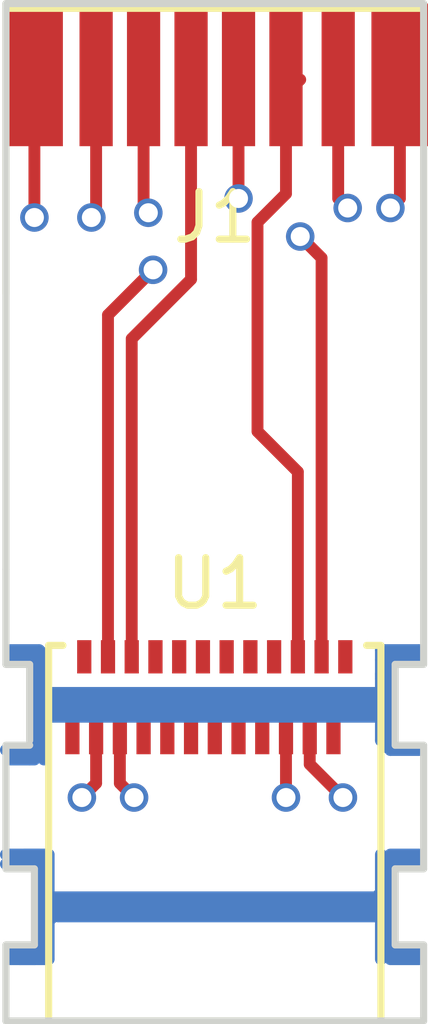
<source format=kicad_pcb>
(kicad_pcb (version 4) (host pcbnew 4.0.5+dfsg1-4)

  (general
    (links 8)
    (no_connects 0)
    (area 140.274999 101.524999 149.7 123.475001)
    (thickness 0.8)
    (drawings 23)
    (tracks 136)
    (zones 0)
    (modules 2)
    (nets 25)
  )

  (page A4)
  (layers
    (0 F.Cu signal)
    (1 In1.Cu signal)
    (2 In2.Cu signal)
    (31 B.Cu signal)
    (33 F.Adhes user)
    (35 F.Paste user)
    (37 F.SilkS user)
    (38 B.Mask user)
    (39 F.Mask user)
    (40 Dwgs.User user)
    (41 Cmts.User user)
    (42 Eco1.User user)
    (43 Eco2.User user)
    (44 Edge.Cuts user)
    (45 Margin user)
    (47 F.CrtYd user)
    (49 F.Fab user)
  )

  (setup
    (last_trace_width 0.25)
    (trace_clearance 0.2)
    (zone_clearance 0.508)
    (zone_45_only yes)
    (trace_min 0.2)
    (segment_width 0.2)
    (edge_width 0.15)
    (via_size 0.6)
    (via_drill 0.4)
    (via_min_size 0.4)
    (via_min_drill 0.3)
    (uvia_size 0.3)
    (uvia_drill 0.1)
    (uvias_allowed no)
    (uvia_min_size 0.2)
    (uvia_min_drill 0.1)
    (pcb_text_width 0.3)
    (pcb_text_size 1.5 1.5)
    (mod_edge_width 0.15)
    (mod_text_size 1 1)
    (mod_text_width 0.15)
    (pad_size 1.524 1.524)
    (pad_drill 0.762)
    (pad_to_mask_clearance 0.2)
    (aux_axis_origin 0 0)
    (visible_elements FFFFFF7F)
    (pcbplotparams
      (layerselection 0x010e0_80000007)
      (usegerberextensions false)
      (excludeedgelayer true)
      (linewidth 0.100000)
      (plotframeref false)
      (viasonmask false)
      (mode 1)
      (useauxorigin false)
      (hpglpennumber 1)
      (hpglpenspeed 20)
      (hpglpendiameter 15)
      (hpglpenoverlay 2)
      (psnegative false)
      (psa4output false)
      (plotreference true)
      (plotvalue true)
      (plotinvisibletext false)
      (padsonsilk false)
      (subtractmaskfromsilk false)
      (outputformat 1)
      (mirror false)
      (drillshape 0)
      (scaleselection 1)
      (outputdirectory ""))
  )

  (net 0 "")
  (net 1 "Net-(J1-Pad1)")
  (net 2 "Net-(J1-Pad2)")
  (net 3 "Net-(J1-Pad3)")
  (net 4 "Net-(J1-Pad4)")
  (net 5 "Net-(J1-Pad5)")
  (net 6 "Net-(J1-Pad6)")
  (net 7 "Net-(J1-Pad7)")
  (net 8 "Net-(J1-Pad8)")
  (net 9 "Net-(U1-PadB6)")
  (net 10 "Net-(U1-PadB7)")
  (net 11 "Net-(U1-PadB8)")
  (net 12 "Net-(U1-PadB9)")
  (net 13 "Net-(U1-PadB12)")
  (net 14 "Net-(U1-PadB5)")
  (net 15 "Net-(U1-PadB4)")
  (net 16 "Net-(U1-PadB1)")
  (net 17 "Net-(U1-PadA9)")
  (net 18 "Net-(U1-PadA8)")
  (net 19 "Net-(U1-PadA7)")
  (net 20 "Net-(U1-PadA6)")
  (net 21 "Net-(U1-PadA5)")
  (net 22 "Net-(U1-PadA12)")
  (net 23 "Net-(U1-PadA4)")
  (net 24 "Net-(U1-PadA1)")

  (net_class Default "This is the default net class."
    (clearance 0.2)
    (trace_width 0.25)
    (via_dia 0.6)
    (via_drill 0.4)
    (uvia_dia 0.3)
    (uvia_drill 0.1)
    (add_net "Net-(J1-Pad1)")
    (add_net "Net-(J1-Pad2)")
    (add_net "Net-(J1-Pad3)")
    (add_net "Net-(J1-Pad4)")
    (add_net "Net-(J1-Pad5)")
    (add_net "Net-(J1-Pad6)")
    (add_net "Net-(J1-Pad7)")
    (add_net "Net-(J1-Pad8)")
    (add_net "Net-(U1-PadA1)")
    (add_net "Net-(U1-PadA12)")
    (add_net "Net-(U1-PadA4)")
    (add_net "Net-(U1-PadA5)")
    (add_net "Net-(U1-PadA6)")
    (add_net "Net-(U1-PadA7)")
    (add_net "Net-(U1-PadA8)")
    (add_net "Net-(U1-PadA9)")
    (add_net "Net-(U1-PadB1)")
    (add_net "Net-(U1-PadB12)")
    (add_net "Net-(U1-PadB4)")
    (add_net "Net-(U1-PadB5)")
    (add_net "Net-(U1-PadB6)")
    (add_net "Net-(U1-PadB7)")
    (add_net "Net-(U1-PadB8)")
    (add_net "Net-(U1-PadB9)")
  )

  (module USB_C:USB_C_24P_SMT_Right_Angle (layer F.Cu) (tedit 6000BED7) (tstamp 6000BC17)
    (at 145 116.2)
    (path /60007D00)
    (attr smd)
    (fp_text reference U1 (at 0 -2.2) (layer F.SilkS)
      (effects (font (size 1 1) (thickness 0.15)))
    )
    (fp_text value USB_C (at 0.4 4.1) (layer F.Fab)
      (effects (font (size 1 1) (thickness 0.15)))
    )
    (fp_line (start -3.5 -0.9) (end -3.2 -0.9) (layer F.SilkS) (width 0.15))
    (fp_line (start 3.5 -0.9) (end 3.2 -0.9) (layer F.SilkS) (width 0.15))
    (fp_line (start 3.5 7) (end 3.5 -0.9) (layer F.SilkS) (width 0.15))
    (fp_line (start -3.5 7) (end 3.5 7) (layer F.SilkS) (width 0.15))
    (fp_line (start -3.5 -0.9) (end -3.5 7) (layer F.SilkS) (width 0.15))
    (fp_line (start 3.5 7) (end 3.5 -0.91) (layer F.Fab) (width 0.15))
    (fp_line (start -3.5 -0.91) (end 3.5 -0.91) (layer F.Fab) (width 0.15))
    (fp_line (start -3.5 7) (end -3.5 -0.91) (layer F.Fab) (width 0.15))
    (fp_line (start -3.5 6.99) (end 3.5 6.99) (layer F.Fab) (width 0.15))
    (pad B6 smd rect (at 0 1.04) (size 0.3 0.7) (layers F.Cu F.Paste F.Mask)
      (net 9 "Net-(U1-PadB6)"))
    (pad B7 smd rect (at -0.5 1.04) (size 0.3 0.7) (layers F.Cu F.Paste F.Mask)
      (net 10 "Net-(U1-PadB7)"))
    (pad B8 smd rect (at -1 1.04) (size 0.3 0.7) (layers F.Cu F.Paste F.Mask)
      (net 11 "Net-(U1-PadB8)"))
    (pad B9 smd rect (at -1.5 1.04) (size 0.3 0.7) (layers F.Cu F.Paste F.Mask)
      (net 12 "Net-(U1-PadB9)"))
    (pad B10 smd rect (at -2 1.04) (size 0.3 0.7) (layers F.Cu F.Paste F.Mask)
      (net 2 "Net-(J1-Pad2)"))
    (pad B11 smd rect (at -2.5 1.04) (size 0.3 0.7) (layers F.Cu F.Paste F.Mask)
      (net 1 "Net-(J1-Pad1)"))
    (pad B12 smd rect (at -3 1.04) (size 0.3 0.7) (layers F.Cu F.Paste F.Mask)
      (net 13 "Net-(U1-PadB12)"))
    (pad B5 smd rect (at 0.5 1.04) (size 0.3 0.7) (layers F.Cu F.Paste F.Mask)
      (net 14 "Net-(U1-PadB5)"))
    (pad B4 smd rect (at 1 1.04) (size 0.3 0.7) (layers F.Cu F.Paste F.Mask)
      (net 15 "Net-(U1-PadB4)"))
    (pad B2 smd rect (at 2 1.04) (size 0.3 0.7) (layers F.Cu F.Paste F.Mask)
      (net 7 "Net-(J1-Pad7)"))
    (pad B3 smd rect (at 1.5 1.04) (size 0.3 0.7) (layers F.Cu F.Paste F.Mask)
      (net 8 "Net-(J1-Pad8)"))
    (pad B1 smd rect (at 2.5 1.04) (size 0.3 0.7) (layers F.Cu F.Paste F.Mask)
      (net 16 "Net-(U1-PadB1)"))
    (pad A9 smd rect (at 1.25 -0.66) (size 0.3 0.7) (layers F.Cu F.Paste F.Mask)
      (net 17 "Net-(U1-PadA9)"))
    (pad A8 smd rect (at 0.75 -0.66) (size 0.3 0.7) (layers F.Cu F.Paste F.Mask)
      (net 18 "Net-(U1-PadA8)"))
    (pad A7 smd rect (at 0.25 -0.66) (size 0.3 0.7) (layers F.Cu F.Paste F.Mask)
      (net 19 "Net-(U1-PadA7)"))
    (pad A6 smd rect (at -0.25 -0.66) (size 0.3 0.7) (layers F.Cu F.Paste F.Mask)
      (net 20 "Net-(U1-PadA6)"))
    (pad A5 smd rect (at -0.75 -0.66) (size 0.3 0.7) (layers F.Cu F.Paste F.Mask)
      (net 21 "Net-(U1-PadA5)"))
    (pad A10 smd rect (at 1.75 -0.66) (size 0.3 0.7) (layers F.Cu F.Paste F.Mask)
      (net 6 "Net-(J1-Pad6)"))
    (pad A11 smd rect (at 2.25 -0.66) (size 0.3 0.7) (layers F.Cu F.Paste F.Mask)
      (net 3 "Net-(J1-Pad3)"))
    (pad A12 smd rect (at 2.75 -0.66) (size 0.3 0.7) (layers F.Cu F.Paste F.Mask)
      (net 22 "Net-(U1-PadA12)"))
    (pad A4 smd rect (at -1.25 -0.66) (size 0.3 0.7) (layers F.Cu F.Paste F.Mask)
      (net 23 "Net-(U1-PadA4)"))
    (pad A3 smd rect (at -1.75 -0.66) (size 0.3 0.7) (layers F.Cu F.Paste F.Mask)
      (net 4 "Net-(J1-Pad4)"))
    (pad A2 smd rect (at -2.25 -0.66) (size 0.3 0.7) (layers F.Cu F.Paste F.Mask)
      (net 5 "Net-(J1-Pad5)"))
    (pad A1 smd rect (at -2.75 -0.66) (size 0.3 0.7) (layers F.Cu F.Paste F.Mask)
      (net 24 "Net-(U1-PadA1)"))
  )

  (module RJ45:RJ45SMD (layer F.Cu) (tedit 6013EBA9) (tstamp 6001E2CB)
    (at 145 103.3)
    (path /60007D5D)
    (fp_text reference J1 (at 0 3) (layer F.SilkS)
      (effects (font (size 1 1) (thickness 0.15)))
    )
    (fp_text value A (at 0.2 6.2) (layer F.Fab)
      (effects (font (size 1 1) (thickness 0.15)))
    )
    (fp_line (start -4.4 -1.5) (end -4.4 4.6) (layer F.SilkS) (width 0.15))
    (fp_line (start 4.4 -1.5) (end 4.4 4.6) (layer F.SilkS) (width 0.15))
    (fp_line (start -4.4 -1.4) (end 4.4 -1.4) (layer F.SilkS) (width 0.15))
    (pad 1 smd rect (at -3.8 0) (size 1.2 3) (layers F.Cu F.Paste F.Mask)
      (net 1 "Net-(J1-Pad1)"))
    (pad 2 smd rect (at -2.5 0) (size 0.7 3) (layers F.Cu F.Paste F.Mask)
      (net 2 "Net-(J1-Pad2)"))
    (pad 3 smd rect (at -1.5 0) (size 0.7 3) (layers F.Cu F.Paste F.Mask)
      (net 3 "Net-(J1-Pad3)"))
    (pad 4 smd rect (at -0.5 0) (size 0.7 3) (layers F.Cu F.Paste F.Mask)
      (net 4 "Net-(J1-Pad4)"))
    (pad 5 smd rect (at 0.5 0) (size 0.7 3) (layers F.Cu F.Paste F.Mask)
      (net 5 "Net-(J1-Pad5)"))
    (pad 6 smd rect (at 1.5 0) (size 0.7 3) (layers F.Cu F.Paste F.Mask)
      (net 6 "Net-(J1-Pad6)"))
    (pad 7 smd rect (at 2.6 0) (size 0.7 3) (layers F.Cu F.Paste F.Mask)
      (net 7 "Net-(J1-Pad7)"))
    (pad 8 smd rect (at 3.9 0) (size 1.2 3) (layers F.Cu F.Paste F.Mask)
      (net 8 "Net-(J1-Pad8)"))
  )

  (gr_line (start 140.6 115.7) (end 140.7 115.7) (angle 90) (layer Edge.Cuts) (width 0.15))
  (gr_line (start 140.6 113.7) (end 140.6 115.7) (angle 90) (layer Edge.Cuts) (width 0.15))
  (gr_line (start 149.4 113.7) (end 149.4 115.7) (angle 90) (layer Edge.Cuts) (width 0.15))
  (gr_line (start 149.4 123.2) (end 140.6 123.2) (angle 90) (layer Edge.Cuts) (width 0.15))
  (gr_line (start 149.4 121.6) (end 149.4 123.2) (angle 90) (layer Edge.Cuts) (width 0.15))
  (gr_line (start 140.6 121.6) (end 141.2 121.6) (angle 90) (layer Edge.Cuts) (width 0.15))
  (gr_line (start 140.6 117.4) (end 141.1 117.4) (angle 90) (layer Edge.Cuts) (width 0.15))
  (gr_line (start 141.2 120) (end 140.6 120) (angle 90) (layer Edge.Cuts) (width 0.15))
  (gr_line (start 140.6 115.7) (end 141.1 115.7) (angle 90) (layer Edge.Cuts) (width 0.15))
  (gr_line (start 140.6 101.8) (end 140.6 113.7) (angle 90) (layer Edge.Cuts) (width 0.15))
  (gr_line (start 149.4 121.6) (end 148.8 121.6) (angle 90) (layer Edge.Cuts) (width 0.15))
  (gr_line (start 149.4 120) (end 148.8 120) (angle 90) (layer Edge.Cuts) (width 0.15))
  (gr_line (start 149.4 117.4) (end 148.8 117.4) (angle 90) (layer Edge.Cuts) (width 0.15))
  (gr_line (start 149.4 115.7) (end 148.8 115.7) (angle 90) (layer Edge.Cuts) (width 0.15))
  (gr_line (start 149.4 117.4) (end 149.4 120) (angle 90) (layer Edge.Cuts) (width 0.15))
  (gr_line (start 140.6 101.8) (end 149.4 101.8) (angle 90) (layer Edge.Cuts) (width 0.15))
  (gr_line (start 140.6 121.6) (end 140.6 123.2) (angle 90) (layer Edge.Cuts) (width 0.15))
  (gr_line (start 140.6 117.4) (end 140.6 120) (angle 90) (layer Edge.Cuts) (width 0.15))
  (gr_line (start 149.4 113.7) (end 149.4 101.8) (angle 90) (layer Edge.Cuts) (width 0.15))
  (gr_line (start 141.2 120) (end 141.2 121.6) (angle 90) (layer Edge.Cuts) (width 0.15))
  (gr_line (start 148.8 120) (end 148.8 121.6) (angle 90) (layer Edge.Cuts) (width 0.15))
  (gr_line (start 141.1 115.7) (end 141.1 117.3) (angle 90) (layer Edge.Cuts) (width 0.15))
  (gr_line (start 148.8 115.7) (end 148.8 117.4) (angle 90) (layer Edge.Cuts) (width 0.15))

  (segment (start 143 120.8) (end 148.4 120.8) (width 0.25) (layer B.Cu) (net 0))
  (segment (start 141.5 120.8) (end 143 120.8) (width 0.25) (layer B.Cu) (net 0))
  (segment (start 141.8 120.8) (end 141.5 121.1) (width 0.25) (layer B.Cu) (net 0))
  (segment (start 141.5 121.9) (end 141.5 121.1) (width 0.25) (layer B.Cu) (net 0))
  (segment (start 141.5 121.1) (end 141.5 120.8) (width 0.25) (layer B.Cu) (net 0))
  (segment (start 143 120.8) (end 141.8 120.8) (width 0.25) (layer B.Cu) (net 0))
  (segment (start 148.5 116.8) (end 141.5 116.8) (width 0.25) (layer B.Cu) (net 0))
  (segment (start 141.5 116.8) (end 141.4 116.7) (width 0.25) (layer B.Cu) (net 0) (tstamp 60021580))
  (segment (start 141.4 116.5) (end 148.5 116.5) (width 0.25) (layer B.Cu) (net 0))
  (segment (start 148.5 116.3) (end 141.4 116.3) (width 0.25) (layer B.Cu) (net 0))
  (segment (start 148.5 116) (end 148.5 116.3) (width 0.25) (layer B.Cu) (net 0))
  (segment (start 148.5 116.3) (end 148.5 116.5) (width 0.25) (layer B.Cu) (net 0) (tstamp 60021563))
  (segment (start 148.5 116.5) (end 148.5 116.8) (width 0.25) (layer B.Cu) (net 0) (tstamp 6002156E))
  (segment (start 148.5 116.8) (end 148.5 117.3) (width 0.25) (layer B.Cu) (net 0) (tstamp 6002157E))
  (segment (start 148.5 117.3) (end 148.7 117.5) (width 0.25) (layer B.Cu) (net 0) (tstamp 6002155A))
  (segment (start 141.4 116.6) (end 148.5 116.6) (width 0.25) (layer B.Cu) (net 0))
  (segment (start 148.5 121) (end 141.7 121) (width 0.25) (layer B.Cu) (net 0))
  (segment (start 141.7 121) (end 141.5 120.8) (width 0.25) (layer B.Cu) (net 0) (tstamp 6002152B))
  (segment (start 141.5 120.6) (end 148.4 120.6) (width 0.25) (layer B.Cu) (net 0))
  (segment (start 148.4 120.6) (end 148.5 120.5) (width 0.25) (layer B.Cu) (net 0) (tstamp 60021524))
  (segment (start 148.4 120.8) (end 148.5 120.7) (width 0.25) (layer B.Cu) (net 0) (tstamp 60021501))
  (segment (start 141.4 116.5) (end 141.4 116.6) (width 0.25) (layer B.Cu) (net 0))
  (segment (start 141.4 116.6) (end 141.4 116.5) (width 0.25) (layer B.Cu) (net 0) (tstamp 6002154E))
  (segment (start 148.5 115.9) (end 148.5 116) (width 0.25) (layer B.Cu) (net 0))
  (segment (start 148.5 116) (end 148.5 115.9) (width 0.25) (layer B.Cu) (net 0) (tstamp 60021558))
  (segment (start 148.5 115.9) (end 148.5 115.9) (width 0.25) (layer B.Cu) (net 0) (tstamp 60021432))
  (segment (start 148.5 115.9) (end 148.5 115.6) (width 0.25) (layer B.Cu) (net 0) (tstamp 60021428))
  (segment (start 148.5 115.6) (end 148.5 115.4) (width 0.25) (layer B.Cu) (net 0) (tstamp 60021419))
  (segment (start 141.4 117.7) (end 141.4 117.5) (width 0.25) (layer B.Cu) (net 0))
  (segment (start 141.4 116.9) (end 141.4 116.7) (width 0.25) (layer B.Cu) (net 0) (tstamp 6002149B))
  (segment (start 141.4 117.3) (end 141.4 116.9) (width 0.25) (layer B.Cu) (net 0) (tstamp 60021489))
  (segment (start 141.4 117.5) (end 141.4 117.3) (width 0.25) (layer B.Cu) (net 0) (tstamp 60021400))
  (segment (start 141.4 116.7) (end 141.4 116.5) (width 0.25) (layer B.Cu) (net 0) (tstamp 600214AB))
  (segment (start 141.4 116.5) (end 141.4 116.3) (width 0.25) (layer B.Cu) (net 0) (tstamp 600214AD))
  (segment (start 141.4 116.3) (end 141.4 116.1) (width 0.25) (layer B.Cu) (net 0) (tstamp 60021568))
  (segment (start 141.3 115.4) (end 140.7 115.4) (width 0.25) (layer B.Cu) (net 0))
  (segment (start 141.4 115.5) (end 141.3 115.4) (width 0.25) (layer B.Cu) (net 0) (tstamp 60021317))
  (segment (start 141.4 115.8) (end 141.4 115.5) (width 0.25) (layer B.Cu) (net 0))
  (segment (start 141.4 116.1) (end 141.4 115.8) (width 0.25) (layer B.Cu) (net 0) (tstamp 60021437))
  (segment (start 141 119.7) (end 141.5 119.7) (width 0.25) (layer B.Cu) (net 0))
  (segment (start 141.5 120.6) (end 141.5 119.7) (width 0.25) (layer B.Cu) (net 0) (tstamp 60021522))
  (segment (start 141.5 121.9) (end 140.9 121.9) (width 0.25) (layer B.Cu) (net 0))
  (segment (start 141.5 120.8) (end 141.5 120.6) (width 0.25) (layer B.Cu) (net 0) (tstamp 600214FF))
  (segment (start 148.5 119.7) (end 148.5 120.5) (width 0.25) (layer B.Cu) (net 0))
  (segment (start 148.5 120.5) (end 148.5 120.7) (width 0.25) (layer B.Cu) (net 0) (tstamp 60021517))
  (segment (start 148.5 120.7) (end 148.5 121) (width 0.25) (layer B.Cu) (net 0) (tstamp 60021509))
  (segment (start 148.5 121) (end 148.5 121.9) (width 0.25) (layer B.Cu) (net 0) (tstamp 60021529))
  (segment (start 140.7 117.7) (end 141.1 117.7) (width 0.25) (layer B.Cu) (net 0))
  (segment (start 141.1 117.7) (end 141.2 117.7) (width 0.25) (layer B.Cu) (net 0) (tstamp 600213DD))
  (segment (start 141.3 119.7) (end 141 119.7) (width 0.25) (layer B.Cu) (net 0))
  (segment (start 141 119.7) (end 140.6 119.7) (width 0.25) (layer B.Cu) (net 0) (tstamp 60021308))
  (segment (start 148.7 119.7) (end 149.3 119.7) (width 0.25) (layer B.Cu) (net 0))
  (segment (start 149.3 121.9) (end 148.7 121.9) (width 0.25) (layer B.Cu) (net 0))
  (segment (start 140.7 121.9) (end 140.9 121.9) (width 0.25) (layer B.Cu) (net 0))
  (segment (start 140.9 121.9) (end 141.2 121.9) (width 0.25) (layer B.Cu) (net 0) (tstamp 60021300))
  (segment (start 141.2 121.9) (end 141.3 121.8) (width 0.25) (layer B.Cu) (net 0) (tstamp 60021274))
  (segment (start 140.6 119.9) (end 141.3 119.9) (width 0.25) (layer B.Cu) (net 0))
  (segment (start 141.2 121.7) (end 140.7 121.7) (width 0.25) (layer B.Cu) (net 0) (tstamp 6002123D))
  (segment (start 141.3 121.8) (end 141.2 121.7) (width 0.25) (layer B.Cu) (net 0) (tstamp 6002123A))
  (segment (start 141.3 119.9) (end 141.3 121.8) (width 0.25) (layer B.Cu) (net 0) (tstamp 60021238))
  (segment (start 140.7 115.6) (end 141.1 115.6) (width 0.25) (layer B.Cu) (net 0))
  (segment (start 141.2 117.5) (end 140.6 117.5) (width 0.25) (layer B.Cu) (net 0) (tstamp 60021223))
  (segment (start 141.2 115.6) (end 141.2 117.5) (width 0.25) (layer B.Cu) (net 0) (tstamp 60021221))
  (segment (start 141.1 115.6) (end 141.2 115.6) (width 0.25) (layer B.Cu) (net 0) (tstamp 6002121D))
  (segment (start 149.3 117.5) (end 148.7 117.5) (width 0.25) (layer B.Cu) (net 0))
  (segment (start 148.7 117.5) (end 148.7 115.7) (width 0.25) (layer B.Cu) (net 0) (tstamp 60021192))
  (segment (start 148.7 115.7) (end 148.7 115.6) (width 0.25) (layer B.Cu) (net 0) (tstamp 60021195))
  (segment (start 148.7 115.6) (end 149.3 115.6) (width 0.25) (layer B.Cu) (net 0) (tstamp 6002119B))
  (segment (start 149.3 115.6) (end 149.3 115.4) (width 0.25) (layer B.Cu) (net 0) (tstamp 600211A0))
  (segment (start 149.3 115.4) (end 148.5 115.4) (width 0.25) (layer B.Cu) (net 0) (tstamp 600211A4))
  (segment (start 148.5 115.4) (end 148.6 115.5) (width 0.25) (layer B.Cu) (net 0) (tstamp 600211A7))
  (segment (start 148.6 115.5) (end 149.1 115.5) (width 0.25) (layer B.Cu) (net 0) (tstamp 600211AC))
  (segment (start 149.3 119.9) (end 148.7 119.9) (width 0.25) (layer B.Cu) (net 0))
  (segment (start 148.7 121.7) (end 149.3 121.7) (width 0.25) (layer B.Cu) (net 0) (tstamp 600211C0))
  (segment (start 148.7 119.9) (end 148.7 121.7) (width 0.25) (layer B.Cu) (net 0) (tstamp 600211BE))
  (segment (start 142.5 117.24) (end 142.5 118.2) (width 0.25) (layer F.Cu) (net 1))
  (segment (start 141.2 106.3) (end 141.2 103.3) (width 0.25) (layer F.Cu) (net 1) (tstamp 6001F633))
  (via (at 141.2 106.3) (size 0.6) (drill 0.4) (layers F.Cu B.Cu) (net 1))
  (segment (start 141.3 106.4) (end 141.2 106.3) (width 0.25) (layer In1.Cu) (net 1) (tstamp 6001F62C))
  (segment (start 141.3 114) (end 141.3 106.4) (width 0.25) (layer In1.Cu) (net 1) (tstamp 6001F629))
  (segment (start 141.8 114.5) (end 141.3 114) (width 0.25) (layer In1.Cu) (net 1) (tstamp 6001F624))
  (segment (start 141.8 118.1) (end 141.8 114.5) (width 0.25) (layer In1.Cu) (net 1) (tstamp 6001F61C))
  (segment (start 142.2 118.5) (end 141.8 118.1) (width 0.25) (layer In1.Cu) (net 1) (tstamp 6001F61B))
  (via (at 142.2 118.5) (size 0.6) (drill 0.4) (layers F.Cu B.Cu) (net 1))
  (segment (start 142.5 118.2) (end 142.2 118.5) (width 0.25) (layer F.Cu) (net 1) (tstamp 6001F610))
  (segment (start 143 117.24) (end 143 118.2) (width 0.25) (layer F.Cu) (net 2))
  (segment (start 142.5 106.2) (end 142.5 103.3) (width 0.25) (layer F.Cu) (net 2) (tstamp 6001F6B8))
  (segment (start 142.4 106.3) (end 142.5 106.2) (width 0.25) (layer F.Cu) (net 2) (tstamp 6001F6B7))
  (via (at 142.4 106.3) (size 0.6) (drill 0.4) (layers F.Cu B.Cu) (net 2))
  (segment (start 142.4 115.9) (end 142.4 106.3) (width 0.25) (layer In1.Cu) (net 2) (tstamp 6001F6A8))
  (segment (start 143.7 117.2) (end 142.4 115.9) (width 0.25) (layer In1.Cu) (net 2) (tstamp 6001F6A2))
  (segment (start 143.7 118.1) (end 143.7 117.2) (width 0.25) (layer In1.Cu) (net 2) (tstamp 6001F69F))
  (segment (start 143.3 118.5) (end 143.7 118.1) (width 0.25) (layer In1.Cu) (net 2) (tstamp 6001F69E))
  (via (at 143.3 118.5) (size 0.6) (drill 0.4) (layers F.Cu B.Cu) (net 2))
  (segment (start 143 118.2) (end 143.3 118.5) (width 0.25) (layer F.Cu) (net 2) (tstamp 6001F690))
  (segment (start 147.25 115.54) (end 147.25 107.15) (width 0.25) (layer F.Cu) (net 3))
  (segment (start 143.5 106.1) (end 143.5 103.3) (width 0.25) (layer F.Cu) (net 3) (tstamp 6001F90A))
  (segment (start 143.6 106.2) (end 143.5 106.1) (width 0.25) (layer F.Cu) (net 3) (tstamp 6001F909))
  (via (at 143.6 106.2) (size 0.6) (drill 0.4) (layers F.Cu B.Cu) (net 3))
  (segment (start 144.8 107.4) (end 143.6 106.2) (width 0.25) (layer In2.Cu) (net 3) (tstamp 6001F8FD))
  (segment (start 146.1 107.4) (end 144.8 107.4) (width 0.25) (layer In2.Cu) (net 3) (tstamp 6001F8CD))
  (segment (start 146.8 106.7) (end 146.1 107.4) (width 0.25) (layer In2.Cu) (net 3) (tstamp 6001F8CC))
  (via (at 146.8 106.7) (size 0.6) (drill 0.4) (layers F.Cu B.Cu) (net 3))
  (segment (start 147.25 107.15) (end 146.8 106.7) (width 0.25) (layer F.Cu) (net 3) (tstamp 6001F8C2))
  (segment (start 143.25 115.54) (end 143.25 108.85) (width 0.25) (layer F.Cu) (net 4))
  (segment (start 144.5 107.6) (end 144.5 103.3) (width 0.25) (layer F.Cu) (net 4) (tstamp 6001F5DF))
  (segment (start 143.25 108.85) (end 144.5 107.6) (width 0.25) (layer F.Cu) (net 4) (tstamp 6001F5CD))
  (segment (start 142.75 115.54) (end 142.75 108.35) (width 0.25) (layer F.Cu) (net 5))
  (segment (start 145.5 105.9) (end 145.5 103.3) (width 0.25) (layer F.Cu) (net 5) (tstamp 6001F6E6))
  (via (at 145.5 105.9) (size 0.6) (drill 0.4) (layers F.Cu B.Cu) (net 5))
  (segment (start 143.7 107.4) (end 145.5 105.9) (width 0.25) (layer In1.Cu) (net 5) (tstamp 6001F6DB))
  (via (at 143.7 107.4) (size 0.6) (drill 0.4) (layers F.Cu B.Cu) (net 5))
  (segment (start 142.75 108.35) (end 143.7 107.4) (width 0.25) (layer F.Cu) (net 5) (tstamp 6001F6CD))
  (segment (start 146.75 115.54) (end 146.75 111.65) (width 0.25) (layer F.Cu) (net 6))
  (segment (start 146.5 105.8) (end 146.5 103.3) (width 0.25) (layer F.Cu) (net 6) (tstamp 6001F7BD))
  (segment (start 145.9 106.4) (end 146.5 105.8) (width 0.25) (layer F.Cu) (net 6) (tstamp 6001F7B7))
  (segment (start 145.9 110.8) (end 145.9 106.4) (width 0.25) (layer F.Cu) (net 6) (tstamp 6001F7B4))
  (segment (start 146.75 111.65) (end 145.9 110.8) (width 0.25) (layer F.Cu) (net 6) (tstamp 6001F7AB))
  (segment (start 146.75 103.45) (end 146.8 103.4) (width 0.25) (layer F.Cu) (net 6) (tstamp 6000CBD9))
  (segment (start 147 117.24) (end 147 117.8) (width 0.25) (layer F.Cu) (net 7))
  (segment (start 147.6 105.9) (end 147.6 103.3) (width 0.25) (layer F.Cu) (net 7) (tstamp 6001F783))
  (segment (start 147.8 106.1) (end 147.6 105.9) (width 0.25) (layer F.Cu) (net 7) (tstamp 6001F782))
  (via (at 147.8 106.1) (size 0.6) (drill 0.4) (layers F.Cu B.Cu) (net 7))
  (segment (start 147.8 118.4) (end 147.8 106.1) (width 0.25) (layer In2.Cu) (net 7) (tstamp 6001F764))
  (segment (start 147.7 118.5) (end 147.8 118.4) (width 0.25) (layer In2.Cu) (net 7) (tstamp 6001F763))
  (via (at 147.7 118.5) (size 0.6) (drill 0.4) (layers F.Cu B.Cu) (net 7))
  (segment (start 147 117.8) (end 147.7 118.5) (width 0.25) (layer F.Cu) (net 7) (tstamp 6001F746))
  (segment (start 146.5 117.24) (end 146.5 118.5) (width 0.25) (layer F.Cu) (net 8))
  (segment (start 148.9 105.9) (end 148.9 103.3) (width 0.25) (layer F.Cu) (net 8) (tstamp 6001F73D))
  (segment (start 148.7 106.1) (end 148.9 105.9) (width 0.25) (layer F.Cu) (net 8) (tstamp 6001F73C))
  (via (at 148.7 106.1) (size 0.6) (drill 0.4) (layers F.Cu B.Cu) (net 8))
  (segment (start 148.7 112.5) (end 148.7 106.1) (width 0.25) (layer In1.Cu) (net 8) (tstamp 6001F733))
  (segment (start 148.2 113) (end 148.7 112.5) (width 0.25) (layer In1.Cu) (net 8) (tstamp 6001F731))
  (segment (start 148.2 116.8) (end 148.2 113) (width 0.25) (layer In1.Cu) (net 8) (tstamp 6001F720))
  (segment (start 146.5 118.5) (end 148.2 116.8) (width 0.25) (layer In1.Cu) (net 8) (tstamp 6001F71F))
  (via (at 146.5 118.5) (size 0.6) (drill 0.4) (layers F.Cu B.Cu) (net 8))

  (zone (net 0) (net_name "") (layer B.Mask) (tstamp 0) (hatch edge 0.508)
    (connect_pads (clearance 0.508))
    (min_thickness 0.254)
    (fill yes (arc_segments 16) (thermal_gap 0.508) (thermal_bridge_width 0.508))
    (polygon
      (pts
        (xy 141 115.2) (xy 141.6 115.2) (xy 141.6 117.9) (xy 141 117.9)
      )
    )
    (filled_polygon
      (pts
        (xy 141.473 117.773) (xy 141.127 117.773) (xy 141.127 115.327) (xy 141.473 115.327)
      )
    )
  )
  (zone (net 0) (net_name "") (layer B.Mask) (tstamp 0) (hatch edge 0.508)
    (connect_pads (clearance 0.508))
    (min_thickness 0.254)
    (fill yes (arc_segments 16) (thermal_gap 0.508) (thermal_bridge_width 0.508))
    (polygon
      (pts
        (xy 148.4 115.3) (xy 148.9 115.3) (xy 148.9 117.6) (xy 148.4 117.6)
      )
    )
    (filled_polygon
      (pts
        (xy 148.773 117.473) (xy 148.527 117.473) (xy 148.527 115.427) (xy 148.773 115.427)
      )
    )
  )
  (zone (net 0) (net_name "") (layer B.Mask) (tstamp 0) (hatch edge 0.508)
    (connect_pads (clearance 0.508))
    (min_thickness 0.254)
    (fill yes (arc_segments 16) (thermal_gap 0.508) (thermal_bridge_width 0.508))
    (polygon
      (pts
        (xy 149.4 120) (xy 149.4 119.6) (xy 148.3 119.6) (xy 148.3 122) (xy 148.9 122)
        (xy 148.9 119.6) (xy 149.5 119.5)
      )
    )
    (filled_polygon
      (pts
        (xy 148.773 121.873) (xy 148.427 121.873) (xy 148.427 119.727) (xy 148.773 119.727)
      )
    )
  )
  (zone (net 0) (net_name "") (layer B.Mask) (tstamp 0) (hatch edge 0.508)
    (connect_pads (clearance 0.508))
    (min_thickness 0.254)
    (fill yes (arc_segments 16) (thermal_gap 0.508) (thermal_bridge_width 0.508))
    (polygon
      (pts
        (xy 140.5 119.6) (xy 141.6 119.6) (xy 141.6 122) (xy 141.1 122) (xy 141.1 119.6)
      )
    )
    (filled_polygon
      (pts
        (xy 141.473 121.873) (xy 141.227 121.873) (xy 141.227 119.727) (xy 141.473 119.727)
      )
    )
  )
  (zone (net 0) (net_name "") (layer B.Mask) (tstamp 0) (hatch edge 0.508)
    (connect_pads (clearance 0.508))
    (min_thickness 0.254)
    (fill yes (arc_segments 16) (thermal_gap 0.508) (thermal_bridge_width 0.508))
    (polygon
      (pts
        (xy 140.5 119.6) (xy 141.6 119.6) (xy 141.6 120.1) (xy 140.5 120.1)
      )
    )
    (filled_polygon
      (pts
        (xy 141.473 119.973) (xy 140.627 119.973) (xy 140.627 119.727) (xy 141.473 119.727)
      )
    )
  )
  (zone (net 0) (net_name "") (layer B.Mask) (tstamp 0) (hatch edge 0.508)
    (connect_pads (clearance 0.508))
    (min_thickness 0.254)
    (fill yes (arc_segments 16) (thermal_gap 0.508) (thermal_bridge_width 0.508))
    (polygon
      (pts
        (xy 140.5 122) (xy 141.6 122) (xy 141.6 121.5) (xy 140.6 121.5)
      )
    )
    (filled_polygon
      (pts
        (xy 141.473 121.873) (xy 140.654915 121.873) (xy 140.704115 121.627) (xy 141.473 121.627)
      )
    )
  )
  (zone (net 0) (net_name "") (layer B.Mask) (tstamp 0) (hatch edge 0.508)
    (connect_pads (clearance 0.508))
    (min_thickness 0.254)
    (fill yes (arc_segments 16) (thermal_gap 0.508) (thermal_bridge_width 0.508))
    (polygon
      (pts
        (xy 148.4 119.6) (xy 149.5 119.6) (xy 149.5 120.1) (xy 148.3 120.1) (xy 148.3 119.5)
        (xy 148.3 119.5)
      )
    )
    (filled_polygon
      (pts
        (xy 149.373 119.973) (xy 148.427 119.973) (xy 148.427 119.727) (xy 149.373 119.727)
      )
    )
  )
  (zone (net 0) (net_name "") (layer B.Mask) (tstamp 0) (hatch edge 0.508)
    (connect_pads (clearance 0.508))
    (min_thickness 0.254)
    (fill yes (arc_segments 16) (thermal_gap 0.508) (thermal_bridge_width 0.508))
    (polygon
      (pts
        (xy 148.4 122) (xy 149.5 122) (xy 149.5 121.5) (xy 148.4 121.5)
      )
    )
    (filled_polygon
      (pts
        (xy 149.373 121.873) (xy 148.527 121.873) (xy 148.527 121.627) (xy 149.373 121.627)
      )
    )
  )
  (zone (net 0) (net_name "") (layer B.Mask) (tstamp 0) (hatch edge 0.508)
    (connect_pads (clearance 0.508))
    (min_thickness 0.254)
    (fill yes (arc_segments 16) (thermal_gap 0.508) (thermal_bridge_width 0.508))
    (polygon
      (pts
        (xy 148.4 115.3) (xy 149.5 115.3) (xy 149.5 115.8) (xy 148.4 115.8)
      )
    )
    (filled_polygon
      (pts
        (xy 149.373 115.673) (xy 148.527 115.673) (xy 148.527 115.427) (xy 149.373 115.427)
      )
    )
  )
  (zone (net 0) (net_name "") (layer B.Mask) (tstamp 0) (hatch edge 0.508)
    (connect_pads (clearance 0.508))
    (min_thickness 0.254)
    (fill yes (arc_segments 16) (thermal_gap 0.508) (thermal_bridge_width 0.508))
    (polygon
      (pts
        (xy 149.4 117.6) (xy 148.4 117.6) (xy 148.4 117.3) (xy 149.5 117.3) (xy 149.5 117.6)
        (xy 149.5 117.6)
      )
    )
    (filled_polygon
      (pts
        (xy 149.373 117.473) (xy 148.527 117.473) (xy 148.527 117.427) (xy 149.373 117.427)
      )
    )
  )
  (zone (net 0) (net_name "") (layer B.Mask) (tstamp 0) (hatch edge 0.508)
    (connect_pads (clearance 0.508))
    (min_thickness 0.254)
    (fill yes (arc_segments 16) (thermal_gap 0.508) (thermal_bridge_width 0.508))
    (polygon
      (pts
        (xy 140.5 115.3) (xy 141.6 115.3) (xy 141.6 115.8) (xy 140.5 115.8)
      )
    )
    (filled_polygon
      (pts
        (xy 141.473 115.673) (xy 140.627 115.673) (xy 140.627 115.427) (xy 141.473 115.427)
      )
    )
  )
  (zone (net 0) (net_name "") (layer B.Mask) (tstamp 0) (hatch edge 0.508)
    (connect_pads (clearance 0.508))
    (min_thickness 0.254)
    (fill yes (arc_segments 16) (thermal_gap 0.508) (thermal_bridge_width 0.508))
    (polygon
      (pts
        (xy 141.6 117.3) (xy 140.5 117.3) (xy 140.5 117.8) (xy 141.6 117.8)
      )
    )
    (filled_polygon
      (pts
        (xy 141.473 117.673) (xy 140.627 117.673) (xy 140.627 117.427) (xy 141.473 117.427)
      )
    )
  )
)

</source>
